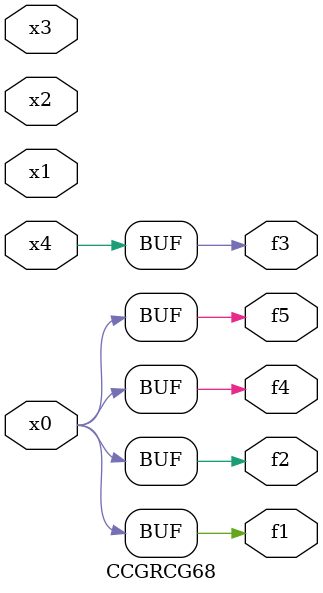
<source format=v>
module CCGRCG68(
	input x0, x1, x2, x3, x4,
	output f1, f2, f3, f4, f5
);
	assign f1 = x0;
	assign f2 = x0;
	assign f3 = x4;
	assign f4 = x0;
	assign f5 = x0;
endmodule

</source>
